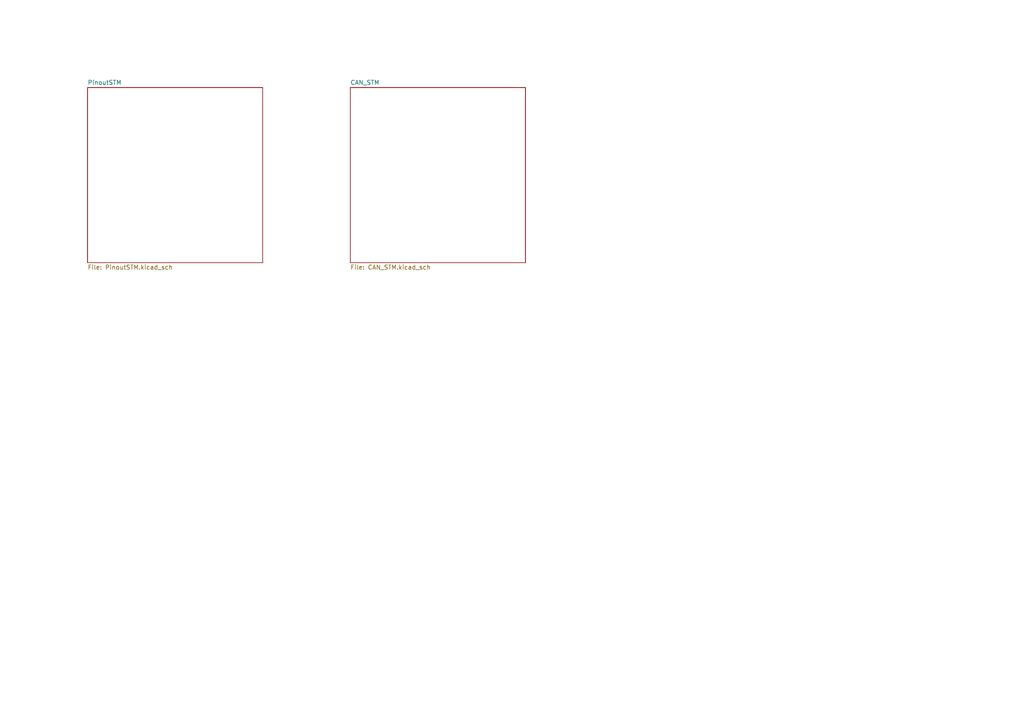
<source format=kicad_sch>
(kicad_sch
	(version 20250114)
	(generator "eeschema")
	(generator_version "9.0")
	(uuid "5195371c-3d40-4011-9928-218adcc4942d")
	(paper "A4")
	(lib_symbols)
	(sheet
		(at 101.6 25.4)
		(size 50.8 50.8)
		(exclude_from_sim no)
		(in_bom yes)
		(on_board yes)
		(dnp no)
		(fields_autoplaced yes)
		(stroke
			(width 0.1524)
			(type solid)
		)
		(fill
			(color 0 0 0 0.0000)
		)
		(uuid "58617765-d176-459f-be30-726b62920b6c")
		(property "Sheetname" "CAN_STM"
			(at 101.6 24.6884 0)
			(effects
				(font
					(size 1.27 1.27)
				)
				(justify left bottom)
			)
		)
		(property "Sheetfile" "CAN_STM.kicad_sch"
			(at 101.6 76.7846 0)
			(effects
				(font
					(size 1.27 1.27)
				)
				(justify left top)
			)
		)
		(instances
			(project "nautilus_mainboard"
				(path "/ce1819b2-f280-40ed-834f-6fe4d12f809d/46fb4fb5-44f2-465b-b1ff-e4e0fbef74ae"
					(page "12")
				)
			)
		)
	)
	(sheet
		(at 25.4 25.4)
		(size 50.8 50.8)
		(exclude_from_sim no)
		(in_bom yes)
		(on_board yes)
		(dnp no)
		(fields_autoplaced yes)
		(stroke
			(width 0.1524)
			(type solid)
		)
		(fill
			(color 0 0 0 0.0000)
		)
		(uuid "fadabe7f-e4de-4ec7-8fb6-d9f38e9db4fc")
		(property "Sheetname" "PinoutSTM"
			(at 25.4 24.6884 0)
			(effects
				(font
					(size 1.27 1.27)
				)
				(justify left bottom)
			)
		)
		(property "Sheetfile" "PinoutSTM.kicad_sch"
			(at 25.4 76.7846 0)
			(effects
				(font
					(size 1.27 1.27)
				)
				(justify left top)
			)
		)
		(instances
			(project "nautilus_mainboard"
				(path "/ce1819b2-f280-40ed-834f-6fe4d12f809d/46fb4fb5-44f2-465b-b1ff-e4e0fbef74ae"
					(page "6")
				)
			)
		)
	)
)

</source>
